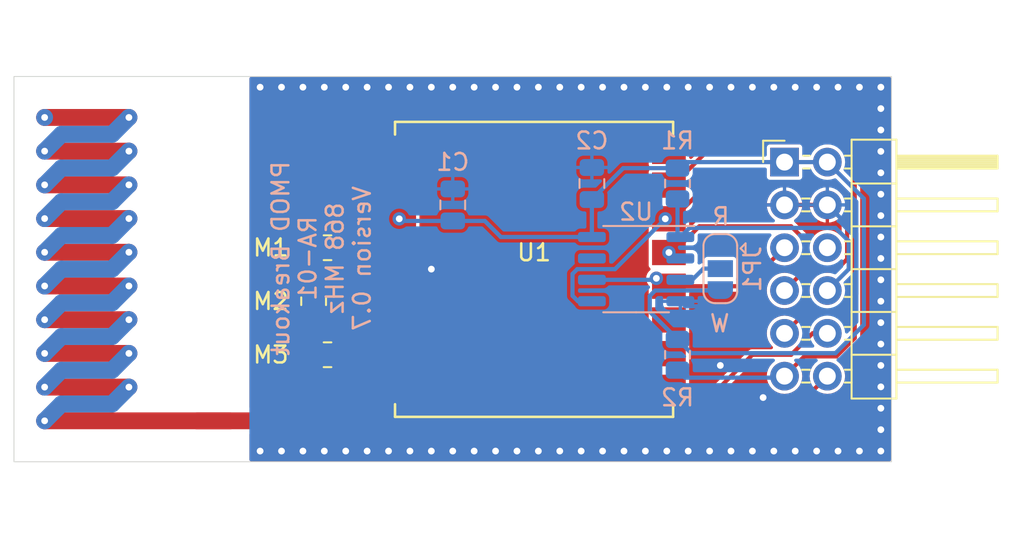
<source format=kicad_pcb>
(kicad_pcb (version 20221018) (generator pcbnew)
  (layers (0 "F.Cu" signal) (31 "B.Cu" signal) (34 "B.Paste" user) (35 "F.Paste" user) (36 "B.SilkS" user "B.Silkscreen") (37 "F.SilkS" user "F.Silkscreen") (38 "B.Mask" user) (39 "F.Mask" user) (44 "Edge.Cuts" user))
  (net 0 "")
  (net 1 "GND")
  (net 2 "DIO0")
  (net 3 "nRESET")
  (net 4 "nCS")
  (net 5 "SCK")
  (net 6 "MOSI")
  (net 7 "MISO")
  (net 8 "VCC")
  (net 10 "nCS2")
  (net 11 "Net-(AE1-A)")
  (net 17 "Net-(U1-ANT)")
  (net 18 "Net-(JP1-C)")
  (footprint "Connector_PinHeader_2.54mm:PinHeader_2x06_P2.54mm_Horizontal" (layer "F.Cu") (at 149.86 43.18)
    (fp_text reference "J1" hide)
    (fp_text value "Conn_02x06_Odd_Even")
    (fp_line (start -1.27 -1.27) (end 0 -1.27) (stroke (width 0.12)) (layer "F.SilkS"))
    (fp_line (start -1.27 0) (end -1.27 -1.27) (stroke (width 0.12)) (layer "F.SilkS"))
    (fp_line (start 1.042929 2.16) (end 1.497071 2.16) (stroke (width 0.12)) (layer "F.SilkS"))
    (fp_line (start 1.042929 2.92) (end 1.497071 2.92) (stroke (width 0.12)) (layer "F.SilkS"))
    (fp_line (start 1.042929 4.7) (end 1.497071 4.7) (stroke (width 0.12)) (layer "F.SilkS"))
    (fp_line (start 1.042929 5.46) (end 1.497071 5.46) (stroke (width 0.12)) (layer "F.SilkS"))
    (fp_line (start 1.042929 7.24) (end 1.497071 7.24) (stroke (width 0.12)) (layer "F.SilkS"))
    (fp_line (start 1.042929 8) (end 1.497071 8) (stroke (width 0.12)) (layer "F.SilkS"))
    (fp_line (start 1.042929 9.78) (end 1.497071 9.78) (stroke (width 0.12)) (layer "F.SilkS"))
    (fp_line (start 1.042929 10.54) (end 1.497071 10.54) (stroke (width 0.12)) (layer "F.SilkS"))
    (fp_line (start 1.042929 12.32) (end 1.497071 12.32) (stroke (width 0.12)) (layer "F.SilkS"))
    (fp_line (start 1.042929 13.08) (end 1.497071 13.08) (stroke (width 0.12)) (layer "F.SilkS"))
    (fp_line (start 1.11 -0.38) (end 1.497071 -0.38) (stroke (width 0.12)) (layer "F.SilkS"))
    (fp_line (start 1.11 0.38) (end 1.497071 0.38) (stroke (width 0.12)) (layer "F.SilkS"))
    (fp_line (start 3.582929 -0.38) (end 3.98 -0.38) (stroke (width 0.12)) (layer "F.SilkS"))
    (fp_line (start 3.582929 0.38) (end 3.98 0.38) (stroke (width 0.12)) (layer "F.SilkS"))
    (fp_line (start 3.582929 2.16) (end 3.98 2.16) (stroke (width 0.12)) (layer "F.SilkS"))
    (fp_line (start 3.582929 2.92) (end 3.98 2.92) (stroke (width 0.12)) (layer "F.SilkS"))
    (fp_line (start 3.582929 4.7) (end 3.98 4.7) (stroke (width 0.12)) (layer "F.SilkS"))
    (fp_line (start 3.582929 5.46) (end 3.98 5.46) (stroke (width 0.12)) (layer "F.SilkS"))
    (fp_line (start 3.582929 7.24) (end 3.98 7.24) (stroke (width 0.12)) (layer "F.SilkS"))
    (fp_line (start 3.582929 8) (end 3.98 8) (stroke (width 0.12)) (layer "F.SilkS"))
    (fp_line (start 3.582929 9.78) (end 3.98 9.78) (stroke (width 0.12)) (layer "F.SilkS"))
    (fp_line (start 3.582929 10.54) (end 3.98 10.54) (stroke (width 0.12)) (layer "F.SilkS"))
    (fp_line (start 3.582929 12.32) (end 3.98 12.32) (stroke (width 0.12)) (layer "F.SilkS"))
    (fp_line (start 3.582929 13.08) (end 3.98 13.08) (stroke (width 0.12)) (layer "F.SilkS"))
    (fp_line (start 3.98 -1.33) (end 3.98 14.03) (stroke (width 0.12)) (layer "F.SilkS"))
    (fp_line (start 3.98 1.27) (end 6.64 1.27) (stroke (width 0.12)) (layer "F.SilkS"))
    (fp_line (start 3.98 3.81) (end 6.64 3.81) (stroke (width 0.12)) (layer "F.SilkS"))
    (fp_line (start 3.98 6.35) (end 6.64 6.35) (stroke (width 0.12)) (layer "F.SilkS"))
    (fp_line (start 3.98 8.89) (end 6.64 8.89) (stroke (width 0.12)) (layer "F.SilkS"))
    (fp_line (start 3.98 11.43) (end 6.64 11.43) (stroke (width 0.12)) (layer "F.SilkS"))
    (fp_line (start 3.98 14.03) (end 6.64 14.03) (stroke (width 0.12)) (layer "F.SilkS"))
    (fp_line (start 6.64 -1.33) (end 3.98 -1.33) (stroke (width 0.12)) (layer "F.SilkS"))
    (fp_line (start 6.64 -0.38) (end 12.64 -0.38) (stroke (width 0.12)) (layer "F.SilkS"))
    (fp_line (start 6.64 -0.32) (end 12.64 -0.32) (stroke (width 0.12)) (layer "F.SilkS"))
    (fp_line (start 6.64 -0.2) (end 12.64 -0.2) (stroke (width 0.12)) (layer "F.SilkS"))
    (fp_line (start 6.64 -0.08) (end 12.64 -0.08) (stroke (width 0.12)) (layer "F.SilkS"))
    (fp_line (start 6.64 0.04) (end 12.64 0.04) (stroke (width 0.12)) (layer "F.SilkS"))
    (fp_line (start 6.64 0.16) (end 12.64 0.16) (stroke (width 0.12)) (layer "F.SilkS"))
    (fp_line (start 6.64 0.28) (end 12.64 0.28) (stroke (width 0.12)) (layer "F.SilkS"))
    (fp_line (start 6.64 2.16) (end 12.64 2.16) (stroke (width 0.12)) (layer "F.SilkS"))
    (fp_line (start 6.64 4.7) (end 12.64 4.7) (stroke (width 0.12)) (layer "F.SilkS"))
    (fp_line (start 6.64 7.24) (end 12.64 7.24) (stroke (width 0.12)) (layer "F.SilkS"))
    (fp_line (start 6.64 9.78) (end 12.64 9.78) (stroke (width 0.12)) (layer "F.SilkS"))
    (fp_line (start 6.64 12.32) (end 12.64 12.32) (stroke (width 0.12)) (layer "F.SilkS"))
    (fp_line (start 6.64 14.03) (end 6.64 -1.33) (stroke (width 0.12)) (layer "F.SilkS"))
    (fp_line (start 12.64 -0.38) (end 12.64 0.38) (stroke (width 0.12)) (layer "F.SilkS"))
    (fp_line (start 12.64 0.38) (end 6.64 0.38) (stroke (width 0.12)) (layer "F.SilkS"))
    (fp_line (start 12.64 2.16) (end 12.64 2.92) (stroke (width 0.12)) (layer "F.SilkS"))
    (fp_line (start 12.64 2.92) (end 6.64 2.92) (stroke (width 0.12)) (layer "F.SilkS"))
    (fp_line (start 12.64 4.7) (end 12.64 5.46) (stroke (width 0.12)) (layer "F.SilkS"))
    (fp_line (start 12.64 5.46) (end 6.64 5.46) (stroke (width 0.12)) (layer "F.SilkS"))
    (fp_line (start 12.64 7.24) (end 12.64 8) (stroke (width 0.12)) (layer "F.SilkS"))
    (fp_line (start 12.64 8) (end 6.64 8) (stroke (width 0.12)) (layer "F.SilkS"))
    (fp_line (start 12.64 9.78) (end 12.64 10.54) (stroke (width 0.12)) (layer "F.SilkS"))
    (fp_line (start 12.64 10.54) (end 6.64 10.54) (stroke (width 0.12)) (layer "F.SilkS"))
    (fp_line (start 12.64 12.32) (end 12.64 13.08) (stroke (width 0.12)) (layer "F.SilkS"))
    (fp_line (start 12.64 13.08) (end 6.64 13.08) (stroke (width 0.12)) (layer "F.SilkS"))
    (pad "1" thru_hole rect (at 0 0) (size 1.7 1.7) (drill 1) (layers "*.Cu" "*.Mask") (net 8 "VCC"))
    (pad "2" thru_hole oval (at 2.54 0) (size 1.7 1.7) (drill 1) (layers "*.Cu" "*.Mask") (net 8 "VCC"))
    (pad "3" thru_hole oval (at 0 2.54) (size 1.7 1.7) (drill 1) (layers "*.Cu" "*.Mask") (net 1 "GND"))
    (pad "4" thru_hole oval (at 2.54 2.54) (size 1.7 1.7) (drill 1) (layers "*.Cu" "*.Mask") (net 1 "GND"))
    (pad "5" thru_hole oval (at 0 5.08) (size 1.7 1.7) (drill 1) (layers "*.Cu" "*.Mask") (net 5 "SCK"))
    (pad "6" thru_hole oval (at 2.54 5.08) (size 1.7 1.7) (drill 1) (layers "*.Cu" "*.Mask"))
    (pad "7" thru_hole oval (at 0 7.62) (size 1.7 1.7) (drill 1) (layers "*.Cu" "*.Mask") (net 7 "MISO"))
    (pad "8" thru_hole oval (at 2.54 7.62) (size 1.7 1.7) (drill 1) (layers "*.Cu" "*.Mask") (net 10 "nCS2"))
    (pad "9" thru_hole oval (at 0 10.16) (size 1.7 1.7) (drill 1) (layers "*.Cu" "*.Mask") (net 6 "MOSI"))
    (pad "10" thru_hole oval (at 2.54 10.16) (size 1.7 1.7) (drill 1) (layers "*.Cu" "*.Mask") (net 3 "nRESET"))
    (pad "11" thru_hole oval (at 0 12.7) (size 1.7 1.7) (drill 1) (layers "*.Cu" "*.Mask") (net 4 "nCS"))
    (pad "12" thru_hole oval (at 2.54 12.7) (size 1.7 1.7) (drill 1) (layers "*.Cu" "*.Mask") (net 2 "DIO0"))
  )
  (footprint "Resistor_SMD:R_0805_2012Metric" (layer "F.Cu") (at 122.745 54.61)
    (fp_text reference "M3" (at -3.365 0) (layer "F.SilkS"))
    (fp_text value "12 nH")
    (fp_line (start -0.227064 -0.735) (end 0.227064 -0.735) (stroke (width 0.12)) (layer "F.SilkS"))
    (fp_line (start -0.227064 0.735) (end 0.227064 0.735) (stroke (width 0.12)) (layer "F.SilkS"))
    (pad "1" smd roundrect (at -0.9125 0) (size 1.025 1.4) (layers "F.Cu" "F.Paste" "F.Mask") (roundrect_rratio 0.243902439) (net 11 "Net-(AE1-A)"))
    (pad "2" smd roundrect (at 0.9125 0) (size 1.025 1.4) (layers "F.Cu" "F.Paste" "F.Mask") (roundrect_rratio 0.243902439) (net 1 "GND"))
  )
  (footprint "Resistor_SMD:R_0805_2012Metric" (layer "F.Cu") (at 122.745 48.26)
    (fp_text reference "M1" (at -3.365 0) (layer "F.SilkS"))
    (fp_text value "DNP")
    (fp_line (start -0.227064 -0.735) (end 0.227064 -0.735) (stroke (width 0.12)) (layer "F.SilkS"))
    (fp_line (start -0.227064 0.735) (end 0.227064 0.735) (stroke (width 0.12)) (layer "F.SilkS"))
    (pad "1" smd roundrect (at -0.9125 0) (size 1.025 1.4) (layers "F.Cu" "F.Paste" "F.Mask") (roundrect_rratio 0.243902439) (net 17 "Net-(U1-ANT)"))
    (pad "2" smd roundrect (at 0.9125 0) (size 1.025 1.4) (layers "F.Cu" "F.Paste" "F.Mask") (roundrect_rratio 0.243902439) (net 1 "GND"))
  )
  (footprint "RF_Module:Ai-Thinker-Ra-01-LoRa" (layer "F.Cu") (at 135 49.545)
    (fp_text reference "U1" (at 0 -1) (layer "F.SilkS"))
    (fp_text value "Ai-Thinker-Ra-01")
    (fp_line (start -8.25 -8.75) (end 8.25 -8.75) (stroke (width 0.15)) (layer "F.SilkS"))
    (fp_line (start -8.25 -8) (end -8.25 -8.75) (stroke (width 0.15)) (layer "F.SilkS"))
    (fp_line (start -8.25 8) (end -8.25 8.75) (stroke (width 0.15)) (layer "F.SilkS"))
    (fp_line (start -8.25 8.75) (end 8.25 8.75) (stroke (width 0.15)) (layer "F.SilkS"))
    (fp_line (start 8.25 -8.75) (end 8.25 -8) (stroke (width 0.15)) (layer "F.SilkS"))
    (fp_line (start 8.25 8.75) (end 8.25 8) (stroke (width 0.15)) (layer "F.SilkS"))
    (pad "1" smd rect (at -8 -7) (size 2 1.5) (layers "F.Cu" "F.Paste" "F.Mask") (net 17 "Net-(U1-ANT)"))
    (pad "2" smd rect (at -8 -5) (size 2 1.5) (layers "F.Cu" "F.Paste" "F.Mask") (net 1 "GND"))
    (pad "3" smd rect (at -8 -3) (size 2 1.5) (layers "F.Cu" "F.Paste" "F.Mask") (net 8 "VCC"))
    (pad "4" smd rect (at -8 -1) (size 2 1.5) (layers "F.Cu" "F.Paste" "F.Mask") (net 3 "nRESET"))
    (pad "5" smd rect (at -8 1) (size 2 1.5) (layers "F.Cu" "F.Paste" "F.Mask") (net 2 "DIO0"))
    (pad "6" smd rect (at -8 3) (size 2 1.5) (layers "F.Cu" "F.Paste" "F.Mask"))
    (pad "7" smd rect (at -8 5) (size 2 1.5) (layers "F.Cu" "F.Paste" "F.Mask"))
    (pad "8" smd rect (at -8 7) (size 2 1.5) (layers "F.Cu" "F.Paste" "F.Mask"))
    (pad "9" smd rect (at 8 7) (size 2 1.5) (layers "F.Cu" "F.Paste" "F.Mask") (net 1 "GND"))
    (pad "10" smd rect (at 8 5) (size 2 1.5) (layers "F.Cu" "F.Paste" "F.Mask"))
    (pad "11" smd rect (at 8 3) (size 2 1.5) (layers "F.Cu" "F.Paste" "F.Mask"))
    (pad "12" smd rect (at 8 1) (size 2 1.5) (layers "F.Cu" "F.Paste" "F.Mask") (net 5 "SCK"))
    (pad "13" smd rect (at 8 -1) (size 2 1.5) (layers "F.Cu" "F.Paste" "F.Mask") (net 7 "MISO"))
    (pad "14" smd rect (at 8 -3) (size 2 1.5) (layers "F.Cu" "F.Paste" "F.Mask") (net 6 "MOSI"))
    (pad "15" smd rect (at 8 -5) (size 2 1.5) (layers "F.Cu" "F.Paste" "F.Mask") (net 4 "nCS"))
    (pad "16" smd rect (at 8 -7) (size 2 1.5) (layers "F.Cu" "F.Paste" "F.Mask") (net 1 "GND"))
  )
  (footprint "Resistor_SMD:R_0805_2012Metric" (layer "F.Cu") (at 121.92 51.435 -90)
    (fp_text reference "M2" (at 0 2.54) (layer "F.SilkS"))
    (fp_text value "1 pF")
    (fp_line (start -0.227064 -0.735) (end 0.227064 -0.735) (stroke (width 0.12)) (layer "F.SilkS"))
    (fp_line (start -0.227064 0.735) (end 0.227064 0.735) (stroke (width 0.12)) (layer "F.SilkS"))
    (pad "1" smd roundrect (at -0.9125 0 270) (size 1.025 1.4) (layers "F.Cu" "F.Paste" "F.Mask") (roundrect_rratio 0.243902439) (net 17 "Net-(U1-ANT)"))
    (pad "2" smd roundrect (at 0.9125 0 270) (size 1.025 1.4) (layers "F.Cu" "F.Paste" "F.Mask") (roundrect_rratio 0.243902439) (net 11 "Net-(AE1-A)"))
  )
  (footprint "RF_Antenna:Texas_SWRA416_868MHz_915MHz" (layer "F.Cu") (at 111.76 49.53 90)
    (fp_text reference "AE1" hide)
    (fp_text value "Antenna")
    (fp_line (start -9 5.2) (end -9 -5.8) (stroke (width 1)) (layer "F.Cu"))
    (fp_line (start -7 -5.8) (end -7 -0.8) (stroke (width 1)) (layer "F.Cu"))
    (fp_line (start -5 -5.8) (end -5 -0.8) (stroke (width 1)) (layer "F.Cu"))
    (fp_line (start -3 -5.8) (end -3 -0.8) (stroke (width 1)) (layer "F.Cu"))
    (fp_line (start -1 -5.8) (end -1 -0.8) (stroke (width 1)) (layer "F.Cu"))
    (fp_line (start 1 -5.8) (end 1 -0.8) (stroke (width 1)) (layer "F.Cu"))
    (fp_line (start 3 -5.8) (end 3 -0.8) (stroke (width 1)) (layer "F.Cu"))
    (fp_line (start 5 -5.8) (end 5 -0.8) (stroke (width 1)) (layer "F.Cu"))
    (fp_line (start 7 -5.8) (end 7 -0.8) (stroke (width 1)) (layer "F.Cu"))
    (fp_line (start 9 -5.8) (end 9 -0.8) (stroke (width 1)) (layer "F.Cu"))
    (fp_line (start -9 -5.8) (end -8 -4.8) (stroke (width 1)) (layer "B.Cu"))
    (fp_line (start -8 -4.8) (end -8 -1.8) (stroke (width 1)) (layer "B.Cu"))
    (fp_line (start -8 -1.8) (end -7 -0.8) (stroke (width 1)) (layer "B.Cu"))
    (fp_line (start -7 -5.8) (end -6 -4.8) (stroke (width 1)) (layer "B.Cu"))
    (fp_line (start -6 -4.8) (end -6 -1.8) (stroke (width 1)) (layer "B.Cu"))
    (fp_line (start -6 -1.8) (end -5 -0.8) (stroke (width 1)) (layer "B.Cu"))
    (fp_line (start -5 -5.8) (end -4 -4.8) (stroke (width 1)) (layer "B.Cu"))
    (fp_line (start -4 -4.8) (end -4 -1.8) (stroke (width 1)) (layer "B.Cu"))
    (fp_line (start -4 -1.8) (end -3 -0.8) (stroke (width 1)) (layer "B.Cu"))
    (fp_line (start -3 -5.8) (end -2 -4.8) (stroke (width 1)) (layer "B.Cu"))
    (fp_line (start -2 -4.8) (end -2 -1.8) (stroke (width 1)) (layer "B.Cu"))
    (fp_line (start -2 -1.8) (end -1 -0.8) (stroke (width 1)) (layer "B.Cu"))
    (fp_line (start -1 -5.8) (end 0 -4.8) (stroke (width 1)) (layer "B.Cu"))
    (fp_line (start 0 -4.8) (end 0 -1.8) (stroke (width 1)) (layer "B.Cu"))
    (fp_line (start 0 -1.8) (end 1 -0.8) (stroke (width 1)) (layer "B.Cu"))
    (fp_line (start 1 -5.8) (end 2 -4.8) (stroke (width 1)) (layer "B.Cu"))
    (fp_line (start 2 -4.8) (end 2 -1.8) (stroke (width 1)) (layer "B.Cu"))
    (fp_line (start 2 -1.8) (end 3 -0.8) (stroke (width 1)) (layer "B.Cu"))
    (fp_line (start 3 -5.8) (end 4 -4.8) (stroke (width 1)) (layer "B.Cu"))
    (fp_line (start 4 -4.8) (end 4 -1.8) (stroke (width 1)) (layer "B.Cu"))
    (fp_line (start 4 -1.8) (end 5 -0.8) (stroke (width 1)) (layer "B.Cu"))
    (fp_line (start 5 -5.8) (end 6 -4.8) (stroke (width 1)) (layer "B.Cu"))
    (fp_line (start 6 -4.8) (end 6 -1.8) (stroke (width 1)) (layer "B.Cu"))
    (fp_line (start 6 -1.8) (end 7 -0.8) (stroke (width 1)) (layer "B.Cu"))
    (fp_line (start 7 -5.8) (end 8 -4.8) (stroke (width 1)) (layer "B.Cu"))
    (fp_line (start 8 -4.8) (end 8 -1.8) (stroke (width 1)) (layer "B.Cu"))
    (fp_line (start 8 -1.8) (end 9 -0.8) (stroke (width 1)) (layer "B.Cu"))
    (pad "" thru_hole circle (at -9 -5.8 270) (size 1 1) (drill 0.4) (layers "*.Cu"))
    (pad "" thru_hole circle (at -7 -5.8 270) (size 1 1) (drill 0.4) (layers "*.Cu"))
    (pad "" thru_hole circle (at -7 -0.8 270) (size 1 1) (drill 0.4) (layers "*.Cu"))
    (pad "" thru_hole circle (at -5 -5.8 270) (size 1 1) (drill 0.4) (layers "*.Cu"))
    (pad "" thru_hole circle (at -5 -0.8 270) (size 1 1) (drill 0.4) (layers "*.Cu"))
    (pad "" thru_hole circle (at -3 -5.8 270) (size 1 1) (drill 0.4) (layers "*.Cu"))
    (pad "" thru_hole circle (at -3 -0.8 270) (size 1 1) (drill 0.4) (layers "*.Cu"))
    (pad "" thru_hole circle (at -1 -5.8 270) (size 1 1) (drill 0.4) (layers "*.Cu"))
    (pad "" thru_hole circle (at -1 -0.8 270) (size 1 1) (drill 0.4) (layers "*.Cu"))
    (pad "" thru_hole circle (at 1 -5.8 270) (size 1 1) (drill 0.4) (layers "*.Cu"))
    (pad "" thru_hole circle (at 1 -0.8 270) (size 1 1) (drill 0.4) (layers "*.Cu"))
    (pad "" thru_hole circle (at 3 -5.8 270) (size 1 1) (drill 0.4) (layers "*.Cu"))
    (pad "" thru_hole circle (at 3 -0.8 270) (size 1 1) (drill 0.4) (layers "*.Cu"))
    (pad "" thru_hole circle (at 5 -5.8 270) (size 1 1) (drill 0.4) (layers "*.Cu"))
    (pad "" thru_hole circle (at 5 -0.8 270) (size 1 1) (drill 0.4) (layers "*.Cu"))
    (pad "" thru_hole circle (at 7 -5.8 270) (size 1 1) (drill 0.4) (layers "*.Cu"))
    (pad "" thru_hole circle (at 7 -0.8 270) (size 1 1) (drill 0.4) (layers "*.Cu"))
    (pad "" thru_hole circle (at 9 -5.8 270) (size 1 1) (drill 0.4) (layers "*.Cu"))
    (pad "" thru_hole circle (at 9 -0.8 270) (size 1 1) (drill 0.4) (layers "*.Cu"))
    (pad "1" smd trapezoid (at -9 5.9 270) (size 0.4 0.8) (rect_delta 0 0.3) (layers "F.Cu") (net 11 "Net-(AE1-A)"))
    (zone (net 0) (net_name "") (layer "F.Cu") (connect_pads (clearance 0)) (min_thickness 0.254)
      (keepout (tracks allowed) (vias allowed) (pads allowed) (copperpour not_allowed) (footprints not_allowed))
      (fill (thermal_gap 0.508) (thermal_bridge_width 0.508))
      (polygon (pts (xy 117.46 59.23) (xy 117.46 39.83) (xy 105.26 39.83) (xy 105.26 59.23)))
    )
  )
  (footprint "Jumper:SolderJumper-3_P1.3mm_Open_RoundedPad1.0x1.5mm" (layer "B.Cu") (at 146.05 49.5 -90)
    (fp_text reference "JP1" (at 0.03 -1.905 90) (layer "B.SilkS") (effects (justify mirror)))
    (fp_text value "SolderJumper_3_Open")
    (fp_line (start -2.05 -0.3) (end -2.05 0.3) (stroke (width 0.12)) (layer "B.SilkS"))
    (fp_line (start -1.5 -1.5) (end -0.9 -1.5) (stroke (width 0.12)) (layer "B.SilkS"))
    (fp_line (start -1.4 1) (end 1.4 1) (stroke (width 0.12)) (layer "B.SilkS"))
    (fp_line (start -1.2 -1.2) (end -1.5 -1.5) (stroke (width 0.12)) (layer "B.SilkS"))
    (fp_line (start -1.2 -1.2) (end -0.9 -1.5) (stroke (width 0.12)) (layer "B.SilkS"))
    (fp_line (start 1.4 -1) (end -1.4 -1) (stroke (width 0.12)) (layer "B.SilkS"))
    (fp_line (start 2.05 0.3) (end 2.05 -0.3) (stroke (width 0.12)) (layer "B.SilkS"))
    (fp_arc (start -2.05 -0.3) (mid -1.844975 -0.794975) (end -1.35 -1) (stroke (width 0.12)) (layer "B.SilkS"))
    (fp_arc (start -1.35 1) (mid -1.844975 0.794975) (end -2.05 0.3) (stroke (width 0.12)) (layer "B.SilkS"))
    (fp_arc (start 1.35 -1) (mid 1.844975 -0.794975) (end 2.05 -0.3) (stroke (width 0.12)) (layer "B.SilkS"))
    (fp_arc (start 2.05 0.3) (mid 1.844975 0.794975) (end 1.35 1) (stroke (width 0.12)) (layer "B.SilkS"))
    (pad "1" smd custom (at -1.3 0 270) (size 1 0.5) (layers "B.Cu" "B.Mask") (net 1 "GND") (options (clearance outline) (anchor rect)) (primitives (gr_circle (center 0 -0.25) (end 0.5 -0.25) (width 0) (fill yes)) (gr_circle (center 0 0.25) (end 0.5 0.25) (width 0) (fill yes)) (gr_poly (pts (xy 0.55 -0.75) (xy 0 -0.75) (xy 0 0.75) (xy 0.55 0.75)) (width 0) (fill yes))))
    (pad "2" smd rect (at 0 0 270) (size 1 1.5) (layers "B.Cu" "B.Mask") (net 18 "Net-(JP1-C)"))
    (pad "3" smd custom (at 1.3 0 270) (size 1 0.5) (layers "B.Cu" "B.Mask") (net 8 "VCC") (options (clearance outline) (anchor rect)) (primitives (gr_circle (center 0 -0.25) (end 0.5 -0.25) (width 0) (fill yes)) (gr_circle (center 0 0.25) (end 0.5 0.25) (width 0) (fill yes)) (gr_poly (pts (xy 0 -0.75) (xy -0.55 -0.75) (xy -0.55 0.75) (xy 0 0.75)) (width 0) (fill yes))))
  )
  (footprint "Capacitor_SMD:C_0805_2012Metric" (layer "B.Cu") (at 130.175 45.72 90)
    (fp_text reference "C1" (at 2.54 0 180) (layer "B.SilkS") (effects (justify mirror)))
    (fp_text value "C_Small")
    (fp_line (start -0.261252 -0.735) (end 0.261252 -0.735) (stroke (width 0.12)) (layer "B.SilkS"))
    (fp_line (start -0.261252 0.735) (end 0.261252 0.735) (stroke (width 0.12)) (layer "B.SilkS"))
    (pad "1" smd roundrect (at -0.95 0 90) (size 1 1.45) (layers "B.Cu" "B.Paste" "B.Mask") (net 8 "VCC"))
    (pad "2" smd roundrect (at 0.95 0 90) (size 1 1.45) (layers "B.Cu" "B.Paste" "B.Mask") (net 1 "GND"))
  )
  (footprint "Resistor_SMD:R_0805_2012Metric" (layer "B.Cu") (at 143.51 54.61 -90)
    (fp_text reference "R2" (at 2.54 0 -180) (layer "B.SilkS") (effects (justify mirror)))
    (fp_text value "R_Small")
    (fp_line (start -0.227064 -0.735) (end 0.227064 -0.735) (stroke (width 0.12)) (layer "B.SilkS"))
    (fp_line (start -0.227064 0.735) (end 0.227064 0.735) (stroke (width 0.12)) (layer "B.SilkS"))
    (pad "1" smd roundrect (at -0.9125 0 270) (size 1.025 1.4) (layers "B.Cu" "B.Paste" "B.Mask") (roundrect_rratio 0.243902439) (net 8 "VCC"))
    (pad "2" smd roundrect (at 0.9125 0 270) (size 1.025 1.4) (layers "B.Cu" "B.Paste" "B.Mask") (roundrect_rratio 0.243902439) (net 4 "nCS"))
  )
  (footprint "Resistor_SMD:R_0805_2012Metric" (layer "B.Cu") (at 143.51 44.45 -90)
    (fp_text reference "R1" (at -2.54 0 -180) (layer "B.SilkS") (effects (justify mirror)))
    (fp_text value "R_Small")
    (fp_line (start -0.227064 -0.735) (end 0.227064 -0.735) (stroke (width 0.12)) (layer "B.SilkS"))
    (fp_line (start -0.227064 0.735) (end 0.227064 0.735) (stroke (width 0.12)) (layer "B.SilkS"))
    (pad "1" smd roundrect (at -0.9125 0 270) (size 1.025 1.4) (layers "B.Cu" "B.Paste" "B.Mask") (roundrect_rratio 0.243902439) (net 8 "VCC"))
    (pad "2" smd roundrect (at 0.9125 0 270) (size 1.025 1.4) (layers "B.Cu" "B.Paste" "B.Mask") (roundrect_rratio 0.243902439) (net 10 "nCS2"))
  )
  (footprint "Capacitor_SMD:C_0805_2012Metric" (layer "B.Cu") (at 138.43 44.45 90)
    (fp_text reference "C2" (at 2.54 0 180) (layer "B.SilkS") (effects (justify mirror)))
    (fp_text value "C_Small")
    (fp_line (start -0.261252 -0.735) (end 0.261252 -0.735) (stroke (width 0.12)) (layer "B.SilkS"))
    (fp_line (start -0.261252 0.735) (end 0.261252 0.735) (stroke (width 0.12)) (layer "B.SilkS"))
    (pad "1" smd roundrect (at -0.95 0 90) (size 1 1.45) (layers "B.Cu" "B.Paste" "B.Mask") (net 8 "VCC"))
    (pad "2" smd roundrect (at 0.95 0 90) (size 1 1.45) (layers "B.Cu" "B.Paste" "B.Mask") (net 1 "GND"))
  )
  (footprint "Package_SO:SOP-8_3.9x4.9mm_P1.27mm" (layer "B.Cu") (at 141.055 49.53 180)
    (fp_text reference "U2" (at 0 3.4) (layer "B.SilkS") (effects (justify mirror)))
    (fp_text value "SPI FLASH")
    (fp_line (start 0 -2.56) (end -1.95 -2.56) (stroke (width 0.12)) (layer "B.SilkS"))
    (fp_line (start 0 -2.56) (end 1.95 -2.56) (stroke (width 0.12)) (layer "B.SilkS"))
    (fp_line (start 0 2.56) (end -3.45 2.56) (stroke (width 0.12)) (layer "B.SilkS"))
    (fp_line (start 0 2.56) (end 1.95 2.56) (stroke (width 0.12)) (layer "B.SilkS"))
    (pad "1" smd roundrect (at -2.625 1.905 180) (size 1.65 0.6) (layers "B.Cu" "B.Paste" "B.Mask") (net 10 "nCS2"))
    (pad "2" smd roundrect (at -2.625 0.635 180) (size 1.65 0.6) (layers "B.Cu" "B.Paste" "B.Mask") (net 7 "MISO"))
    (pad "3" smd roundrect (at -2.625 -0.635 180) (size 1.65 0.6) (layers "B.Cu" "B.Paste" "B.Mask") (net 18 "Net-(JP1-C)"))
    (pad "4" smd roundrect (at -2.625 -1.905 180) (size 1.65 0.6) (layers "B.Cu" "B.Paste" "B.Mask") (net 1 "GND"))
    (pad "5" smd roundrect (at 2.625 -1.905 180) (size 1.65 0.6) (layers "B.Cu" "B.Paste" "B.Mask") (net 6 "MOSI"))
    (pad "6" smd roundrect (at 2.625 -0.635 180) (size 1.65 0.6) (layers "B.Cu" "B.Paste" "B.Mask") (net 5 "SCK"))
    (pad "7" smd roundrect (at 2.625 0.635 180) (size 1.65 0.6) (layers "B.Cu" "B.Paste" "B.Mask"))
    (pad "8" smd roundrect (at 2.625 1.905 180) (size 1.65 0.6) (layers "B.Cu" "B.Paste" "B.Mask") (net 8 "VCC"))
  )
  (gr_rect (start 104.14 38.1) (end 156.21 60.96) (stroke (width 0.05)) (fill none) (layer "Edge.Cuts"))
  (gr_text "PMOD Breakout\nRA-01\n868 MHz\nVersion 0.7" (at 119.38 48.895 90) (layer "B.SilkS") (effects (font (size 1 1)) (justify top mirror)))
  (gr_text "W" (at 146.685 53.34) (layer "B.SilkS") (effects (font (size 1 1)) (justify left bottom mirror)))
  (gr_text "R" (at 146.685 46.99) (layer "B.SilkS") (effects (font (size 1 1)) (justify left bottom mirror)))
  (segment (start 149.86 45.72) (end 152.4 45.72) (width 0.25) (layer "F.Cu") (net 1))
  (via (at 142.875 38.735) (size 0.8) (drill 0.4) (layers "F.Cu" "B.Cu") (net 1))
  (via (at 155.575 40.005) (size 0.8) (drill 0.4) (layers "F.Cu" "B.Cu") (net 1))
  (via (at 154.305 60.325) (size 0.8) (drill 0.4) (layers "F.Cu" "B.Cu") (net 1))
  (via (at 155.575 56.515) (size 0.8) (drill 0.4) (layers "F.Cu" "B.Cu") (net 1))
  (via (at 128.905 60.325) (size 0.8) (drill 0.4) (layers "F.Cu" "B.Cu") (net 1))
  (via (at 123.825 60.325) (size 0.8) (drill 0.4) (layers "F.Cu" "B.Cu") (net 1))
  (via (at 155.575 55.245) (size 0.8) (drill 0.4) (layers "F.Cu" "B.Cu") (net 1))
  (via (at 126.365 38.735) (size 0.8) (drill 0.4) (layers "F.Cu" "B.Cu") (net 1))
  (via (at 155.575 41.275) (size 0.8) (drill 0.4) (layers "F.Cu" "B.Cu") (net 1))
  (via (at 130.175 38.735) (size 0.8) (drill 0.4) (layers "F.Cu" "B.Cu") (net 1))
  (via (at 135.255 38.735) (size 0.8) (drill 0.4) (layers "F.Cu" "B.Cu") (net 1))
  (via (at 132.715 60.325) (size 0.8) (drill 0.4) (layers "F.Cu" "B.Cu") (net 1))
  (via (at 149.225 60.325) (size 0.8) (drill 0.4) (layers "F.Cu" "B.Cu") (net 1))
  (via (at 128.905 38.735) (size 0.8) (drill 0.4) (layers "F.Cu" "B.Cu") (net 1))
  (via (at 155.575 57.785) (size 0.8) (drill 0.4) (layers "F.Cu" "B.Cu") (net 1))
  (via (at 139.065 60.325) (size 0.8) (drill 0.4) (layers "F.Cu" "B.Cu") (net 1))
  (via (at 126.365 60.325) (size 0.8) (drill 0.4) (layers "F.Cu" "B.Cu") (net 1))
  (via (at 144.145 38.735) (size 0.8) (drill 0.4) (layers "F.Cu" "B.Cu") (net 1))
  (via (at 150.495 38.735) (size 0.8) (drill 0.4) (layers "F.Cu" "B.Cu") (net 1))
  (via (at 132.715 38.735) (size 0.8) (drill 0.4) (layers "F.Cu" "B.Cu") (net 1))
  (via (at 131.445 60.325) (size 0.8) (drill 0.4) (layers "F.Cu" "B.Cu") (net 1))
  (via (at 155.575 59.055) (size 0.8) (drill 0.4) (layers "F.Cu" "B.Cu") (net 1))
  (via (at 151.765 60.325) (size 0.8) (drill 0.4) (layers "F.Cu" "B.Cu") (net 1))
  (via (at 137.795 60.325) (size 0.8) (drill 0.4) (layers "F.Cu" "B.Cu") (net 1))
  (via (at 122.555 38.735) (size 0.8) (drill 0.4) (layers "F.Cu" "B.Cu") (net 1))
  (via (at 155.575 38.735) (size 0.8) (drill 0.4) (layers "F.Cu" "B.Cu") (net 1))
  (via (at 121.285 60.325) (size 0.8) (drill 0.4) (layers "F.Cu" "B.Cu") (net 1))
  (via (at 153.035 60.325) (size 0.8) (drill 0.4) (layers "F.Cu" "B.Cu") (net 1))
  (via (at 145.415 38.735) (size 0.8) (drill 0.4) (layers "F.Cu" "B.Cu") (net 1))
  (via (at 154.305 38.735) (size 0.8) (drill 0.4) (layers "F.Cu" "B.Cu") (net 1))
  (via (at 127.635 38.735) (size 0.8) (drill 0.4) (layers "F.Cu" "B.Cu") (net 1))
  (via (at 133.985 60.325) (size 0.8) (drill 0.4) (layers "F.Cu" "B.Cu") (net 1))
  (via (at 155.575 43.815) (size 0.8) (drill 0.4) (layers "F.Cu" "B.Cu") (net 1))
  (via (at 144.145 60.325) (size 0.8) (drill 0.4) (layers "F.Cu" "B.Cu") (net 1))
  (via (at 155.575 45.085) (size 0.8) (drill 0.4) (layers "F.Cu" "B.Cu") (net 1))
  (via (at 128.905 49.53) (size 0.8) (drill 0.4) (layers "F.Cu" "B.Cu") (net 1))
  (via (at 127.635 60.325) (size 0.8) (drill 0.4) (layers "F.Cu" "B.Cu") (net 1))
  (via (at 155.575 53.975) (size 0.8) (drill 0.4) (layers "F.Cu" "B.Cu") (net 1))
  (via (at 155.575 51.435) (size 0.8) (drill 0.4) (layers "F.Cu" "B.Cu") (net 1))
  (via (at 125.095 38.735) (size 0.8) (drill 0.4) (layers "F.Cu" "B.Cu") (net 1))
  (via (at 150.495 60.325) (size 0.8) (drill 0.4) (layers "F.Cu" "B.Cu") (net 1))
  (via (at 155.575 42.545) (size 0.8) (drill 0.4) (layers "F.Cu" "B.Cu") (net 1))
  (via (at 122.555 60.325) (size 0.8) (drill 0.4) (layers "F.Cu" "B.Cu") (net 1))
  (via (at 151.765 38.735) (size 0.8) (drill 0.4) (layers "F.Cu" "B.Cu") (net 1))
  (via (at 137.795 38.735) (size 0.8) (drill 0.4) (layers "F.Cu" "B.Cu") (net 1))
  (via (at 121.285 38.735) (size 0.8) (drill 0.4) (layers "F.Cu" "B.Cu") (net 1))
  (via (at 153.035 38.735) (size 0.8) (drill 0.4) (layers "F.Cu" "B.Cu") (net 1))
  (via (at 155.575 52.705) (size 0.8) (drill 0.4) (layers "F.Cu" "B.Cu") (net 1))
  (via (at 125.095 60.325) (size 0.8) (drill 0.4) (layers "F.Cu" "B.Cu") (net 1))
  (via (at 142.875 60.325) (size 0.8) (drill 0.4) (layers "F.Cu" "B.Cu") (net 1))
  (via (at 120.015 38.735) (size 0.8) (drill 0.4) (layers "F.Cu" "B.Cu") (net 1))
  (via (at 140.335 60.325) (size 0.8) (drill 0.4) (layers "F.Cu" "B.Cu") (net 1))
  (via (at 130.175 60.325) (size 0.8) (drill 0.4) (layers "F.Cu" "B.Cu") (net 1))
  (via (at 149.225 38.735) (size 0.8) (drill 0.4) (layers "F.Cu" "B.Cu") (net 1))
  (via (at 118.745 38.735) (size 0.8) (drill 0.4) (layers "F.Cu" "B.Cu") (net 1))
  (via (at 155.575 50.165) (size 0.8) (drill 0.4) (layers "F.Cu" "B.Cu") (net 1))
  (via (at 155.575 47.625) (size 0.8) (drill 0.4) (layers "F.Cu" "B.Cu") (net 1))
  (via (at 146.685 38.735) (size 0.8) (drill 0.4) (layers "F.Cu" "B.Cu") (net 1))
  (via (at 118.745 60.325) (size 0.8) (drill 0.4) (layers "F.Cu" "B.Cu") (net 1))
  (via (at 146.685 60.325) (size 0.8) (drill 0.4) (layers "F.Cu" "B.Cu") (net 1))
  (via (at 155.575 46.355) (size 0.8) (drill 0.4) (layers "F.Cu" "B.Cu") (net 1))
  (via (at 135.255 60.325) (size 0.8) (drill 0.4) (layers "F.Cu" "B.Cu") (net 1))
  (via (at 141.605 60.325) (size 0.8) (drill 0.4) (layers "F.Cu" "B.Cu") (net 1))
  (via (at 155.575 60.325) (size 0.8) (drill 0.4) (layers "F.Cu" "B.Cu") (net 1))
  (via (at 136.525 38.735) (size 0.8) (drill 0.4) (layers "F.Cu" "B.Cu") (net 1))
  (via (at 133.985 38.735) (size 0.8) (drill 0.4) (layers "F.Cu" "B.Cu") (net 1))
  (via (at 155.575 48.895) (size 0.8) (drill 0.4) (layers "F.Cu" "B.Cu") (net 1))
  (via (at 139.065 38.735) (size 0.8) (drill 0.4) (layers "F.Cu" "B.Cu") (net 1))
  (via (at 146.05 55.245) (size 0.8) (drill 0.4) (layers "F.Cu" "B.Cu") (net 1))
  (via (at 120.015 60.325) (size 0.8) (drill 0.4) (layers "F.Cu" "B.Cu") (net 1))
  (via (at 123.825 38.735) (size 0.8) (drill 0.4) (layers "F.Cu" "B.Cu") (net 1))
  (via (at 145.415 60.325) (size 0.8) (drill 0.4) (layers "F.Cu" "B.Cu") (net 1))
  (via (at 141.605 38.735) (size 0.8) (drill 0.4) (layers "F.Cu" "B.Cu") (net 1))
  (via (at 147.955 38.735) (size 0.8) (drill 0.4) (layers "F.Cu" "B.Cu") (net 1))
  (via (at 147.955 60.325) (size 0.8) (drill 0.4) (layers "F.Cu" "B.Cu") (net 1))
  (via (at 136.525 60.325) (size 0.8) (drill 0.4) (layers "F.Cu" "B.Cu") (net 1))
  (via (at 140.335 38.735) (size 0.8) (drill 0.4) (layers "F.Cu" "B.Cu") (net 1))
  (via (at 148.59 57.15) (size 0.8) (drill 0.4) (layers "F.Cu" "B.Cu") (net 1))
  (via (at 131.445 38.735) (size 0.8) (drill 0.4) (layers "F.Cu" "B.Cu") (net 1))
  (segment (start 147.655001 51.734999) (end 147.955 51.435) (width 0.25) (layer "B.Cu") (net 1))
  (segment (start 154.12 47.44) (end 154.12 50.985) (width 0.25) (layer "B.Cu") (net 1))
  (segment (start 147.955 51.435) (end 147.955 49.355) (width 0.25) (layer "B.Cu") (net 1))
  (segment (start 143.68 51.435) (end 143.979999 51.734999) (width 0.25) (layer "B.Cu") (net 1))
  (segment (start 152.4 45.72) (end 154.12 47.44) (width 0.25) (layer "B.Cu") (net 1))
  (segment (start 146.8 48.2) (end 146.05 48.2) (width 0.25) (layer "B.Cu") (net 1))
  (segment (start 148.59 52.07) (end 147.955 51.435) (width 0.25) (layer "B.Cu") (net 1))
  (segment (start 154.12 50.985) (end 153.035 52.07) (width 0.25) (layer "B.Cu") (net 1))
  (segment (start 147.955 49.355) (end 146.8 48.2) (width 0.25) (layer "B.Cu") (net 1))
  (segment (start 143.979999 51.734999) (end 147.655001 51.734999) (width 0.25) (layer "B.Cu") (net 1))
  (segment (start 153.035 52.07) (end 148.59 52.07) (width 0.25) (layer "B.Cu") (net 1))
  (segment (start 139.985 58.07) (end 150.21 58.07) (width 0.25) (layer "F.Cu") (net 2))
  (segment (start 132.46 50.545) (end 139.985 58.07) (width 0.25) (layer "F.Cu") (net 2))
  (segment (start 150.21 58.07) (end 152.4 55.88) (width 0.25) (layer "F.Cu") (net 2))
  (segment (start 127 50.545) (end 132.46 50.545) (width 0.25) (layer "F.Cu") (net 2))
  (segment (start 132.365 48.545) (end 141.44 57.62) (width 0.25) (layer "F.Cu") (net 3))
  (segment (start 144.945 57.62) (end 147.955 54.61) (width 0.25) (layer "F.Cu") (net 3))
  (segment (start 151.521701 53.34) (end 150.251701 54.61) (width 0.25) (layer "F.Cu") (net 3))
  (segment (start 150.251701 54.61) (end 147.955 54.61) (width 0.25) (layer "F.Cu") (net 3))
  (segment (start 141.44 57.62) (end 144.945 57.62) (width 0.25) (layer "F.Cu") (net 3))
  (segment (start 127 48.545) (end 132.365 48.545) (width 0.25) (layer "F.Cu") (net 3))
  (segment (start 152.4 53.34) (end 151.521701 53.34) (width 0.25) (layer "F.Cu") (net 3))
  (segment (start 145.79 42.005) (end 153.13 42.005) (width 0.25) (layer "F.Cu") (net 4))
  (segment (start 152.94 54.705) (end 151.035 54.705) (width 0.25) (layer "F.Cu") (net 4))
  (segment (start 151.035 54.705) (end 149.86 55.88) (width 0.25) (layer "F.Cu") (net 4))
  (segment (start 143 44.545) (end 143.25 44.545) (width 0.25) (layer "F.Cu") (net 4))
  (segment (start 153.13 42.005) (end 154.025 42.9) (width 0.25) (layer "F.Cu") (net 4))
  (segment (start 143.25 44.545) (end 145.79 42.005) (width 0.25) (layer "F.Cu") (net 4))
  (segment (start 154.025 42.9) (end 154.025 53.62) (width 0.25) (layer "F.Cu") (net 4))
  (segment (start 154.025 53.62) (end 152.94 54.705) (width 0.25) (layer "F.Cu") (net 4))
  (segment (start 143.51 55.5225) (end 143.9575 55.97) (width 0.25) (layer "B.Cu") (net 4))
  (segment (start 149.5025 55.5225) (end 149.86 55.88) (width 0.25) (layer "B.Cu") (net 4))
  (segment (start 143.51 55.5225) (end 143.3275 55.705) (width 0.25) (layer "B.Cu") (net 4))
  (segment (start 143.9575 55.97) (end 149.77 55.97) (width 0.25) (layer "B.Cu") (net 4))
  (segment (start 149.77 55.97) (end 149.86 55.88) (width 0.25) (layer "B.Cu") (net 4))
  (segment (start 143 50.545) (end 147.575 50.545) (width 0.25) (layer "F.Cu") (net 5))
  (segment (start 147.575 50.545) (end 149.86 48.26) (width 0.25) (layer "F.Cu") (net 5))
  (via (at 142.255329 50.075) (size 0.8) (drill 0.4) (layers "F.Cu" "B.Cu") (net 5))
  (segment (start 138.43 50.165) (end 142.165329 50.165) (width 0.25) (layer "B.Cu") (net 5))
  (segment (start 142.165329 50.165) (end 142.255329 50.075) (width 0.25) (layer "B.Cu") (net 5))
  (segment (start 151.913299 49.625) (end 151.225 50.313299) (width 0.25) (layer "F.Cu") (net 6))
  (segment (start 151.225 51.975) (end 149.86 53.34) (width 0.25) (layer "F.Cu") (net 6))
  (segment (start 143 46.545) (end 143.25 46.545) (width 0.25) (layer "F.Cu") (net 6))
  (segment (start 143.25 46.545) (end 145.25 44.545) (width 0.25) (layer "F.Cu") (net 6))
  (segment (start 153.575 48.936701) (end 152.886701 49.625) (width 0.25) (layer "F.Cu") (net 6))
  (segment (start 151.225 50.313299) (end 151.225 51.975) (width 0.25) (layer "F.Cu") (net 6))
  (segment (start 152.886701 44.545) (end 153.575 45.233299) (width 0.25) (layer "F.Cu") (net 6))
  (segment (start 152.886701 49.625) (end 151.913299 49.625) (width 0.25) (layer "F.Cu") (net 6))
  (segment (start 145.25 44.545) (end 152.886701 44.545) (width 0.25) (layer "F.Cu") (net 6))
  (segment (start 153.575 45.233299) (end 153.575 48.936701) (width 0.25) (layer "F.Cu") (net 6))
  (via (at 142.785 46.545) (size 0.8) (drill 0.4) (layers "F.Cu" "B.Cu") (net 6))
  (segment (start 137.28 51.109999) (end 137.28 49.814092) (width 0.25) (layer "B.Cu") (net 6))
  (segment (start 137.564092 49.53) (end 139.8 49.53) (width 0.25) (layer "B.Cu") (net 6))
  (segment (start 138.43 51.435) (end 137.605001 51.435) (width 0.25) (layer "B.Cu") (net 6))
  (segment (start 139.8 49.53) (end 142.785 46.545) (width 0.25) (layer "B.Cu") (net 6))
  (segment (start 137.605001 51.435) (end 137.28 51.109999) (width 0.25) (layer "B.Cu") (net 6))
  (segment (start 137.28 49.814092) (end 137.564092 49.53) (width 0.25) (layer "B.Cu") (net 6))
  (segment (start 143 48.545) (end 143.25 48.545) (width 0.25) (layer "F.Cu") (net 7))
  (segment (start 151.13 47.868299) (end 151.13 49.53) (width 0.25) (layer "F.Cu") (net 7))
  (segment (start 150.251701 46.99) (end 151.13 47.868299) (width 0.25) (layer "F.Cu") (net 7))
  (segment (start 144.805 46.99) (end 150.251701 46.99) (width 0.25) (layer "F.Cu") (net 7))
  (segment (start 151.13 49.53) (end 149.86 50.8) (width 0.25) (layer "F.Cu") (net 7))
  (segment (start 143.25 48.545) (end 144.805 46.99) (width 0.25) (layer "F.Cu") (net 7))
  (via (at 143 48.545) (size 0.8) (drill 0.4) (layers "F.Cu" "B.Cu") (net 7))
  (segment (start 143.68 48.895) (end 143.35 48.895) (width 0.25) (layer "B.Cu") (net 7))
  (segment (start 143.35 48.895) (end 143 48.545) (width 0.25) (layer "B.Cu") (net 7))
  (via (at 127 46.545) (size 0.8) (drill 0.4) (layers "F.Cu" "B.Cu") (net 8))
  (segment (start 143.51 53.6975) (end 141.865 52.0525) (width 0.25) (layer "B.Cu") (net 8))
  (segment (start 154.57 52.831701) (end 154.57 45.35) (width 0.25) (layer "B.Cu") (net 8))
  (segment (start 142.184645 50.8) (end 146.05 50.8) (width 0.25) (layer "B.Cu") (net 8))
  (segment (start 141.865 51.119645) (end 142.184645 50.8) (width 0.25) (layer "B.Cu") (net 8))
  (segment (start 152.4 43.18) (end 149.86 43.18) (width 0.25) (layer "B.Cu") (net 8))
  (segment (start 143.51 53.6975) (end 144.3275 54.515) (width 0.25) (layer "B.Cu") (net 8))
  (segment (start 143.8675 43.18) (end 143.51 43.5375) (width 0.25) (layer "B.Cu") (net 8))
  (segment (start 141.865 52.0525) (end 141.865 51.119645) (width 0.25) (layer "B.Cu") (net 8))
  (segment (start 154.57 45.35) (end 152.4 43.18) (width 0.25) (layer "B.Cu") (net 8))
  (segment (start 132.075 46.67) (end 130.175 46.67) (width 0.25) (layer "B.Cu") (net 8))
  (segment (start 133.03 47.625) (end 132.075 46.67) (width 0.25) (layer "B.Cu") (net 8))
  (segment (start 149.86 43.18) (end 143.8675 43.18) (width 0.25) (layer "B.Cu") (net 8))
  (segment (start 144.3275 54.515) (end 152.886701 54.515) (width 0.25) (layer "B.Cu") (net 8))
  (segment (start 152.886701 54.515) (end 154.57 52.831701) (width 0.25) (layer "B.Cu") (net 8))
  (segment (start 138.43 47.625) (end 133.03 47.625) (width 0.25) (layer "B.Cu") (net 8))
  (segment (start 130.175 46.67) (end 127.125 46.67) (width 0.25) (layer "B.Cu") (net 8))
  (segment (start 143.51 43.5375) (end 140.2925 43.5375) (width 0.25) (layer "B.Cu") (net 8))
  (segment (start 138.43 45.4) (end 138.43 47.625) (width 0.25) (layer "B.Cu") (net 8))
  (segment (start 140.2925 43.5375) (end 138.43 45.4) (width 0.25) (layer "B.Cu") (net 8))
  (segment (start 127.125 46.67) (end 127 46.545) (width 0.25) (layer "B.Cu") (net 8))
  (segment (start 143.51 45.3625) (end 143.51 47.455) (width 0.25) (layer "B.Cu") (net 10))
  (segment (start 143.68 47.625) (end 144.22 47.085) (width 0.25) (layer "B.Cu") (net 10))
  (segment (start 143.51 47.625) (end 143.68 47.625) (width 0.25) (layer "B.Cu") (net 10))
  (segment (start 153.67 49.53) (end 152.4 50.8) (width 0.25) (layer "B.Cu") (net 10))
  (segment (start 152.886701 47.085) (end 153.67 47.868299) (width 0.25) (layer "B.Cu") (net 10))
  (segment (start 143.51 47.455) (end 143.68 47.625) (width 0.25) (layer "B.Cu") (net 10))
  (segment (start 153.67 47.868299) (end 153.67 49.53) (width 0.25) (layer "B.Cu") (net 10))
  (segment (start 144.22 47.085) (end 152.886701 47.085) (width 0.25) (layer "B.Cu") (net 10))
  (segment (start 115 58.53) (end 119.905 58.53) (width 1) (layer "F.Cu") (net 11))
  (segment (start 119.905 58.53) (end 121.92 56.515) (width 1) (layer "F.Cu") (net 11))
  (segment (start 121.92 56.515) (end 121.92 52.895) (width 1) (layer "F.Cu") (net 11))
  (segment (start 126.35 42.545) (end 126.365 42.53) (width 1) (layer "F.Cu") (net 17))
  (segment (start 121.92 43.815) (end 121.92 50.5225) (width 1) (layer "F.Cu") (net 17))
  (segment (start 123.19 42.545) (end 126.35 42.545) (width 1) (layer "F.Cu") (net 17))
  (segment (start 121.92 43.815) (end 123.19 42.545) (width 1) (layer "F.Cu") (net 17))
  (segment (start 144.385 50.165) (end 145.05 49.5) (width 0.25) (layer "B.Cu") (net 18))
  (segment (start 145.05 49.5) (end 146.05 49.5) (width 0.25) (layer "B.Cu") (net 18))
  (segment (start 143.68 50.165) (end 144.385 50.165) (width 0.25) (layer "B.Cu") (net 18))
  (zone (net 1) (net_name "GND") (layers "F&B.Cu") (connect_pads (clearance 0.2)) (min_thickness 0.2) (fill yes (thermal_gap 0.2) (thermal_bridge_width 0.2))
    (polygon (pts (xy 156.21 60.96) (xy 118.11 60.96) (xy 118.11 38.1) (xy 156.21 38.1)))
  )
)
</source>
